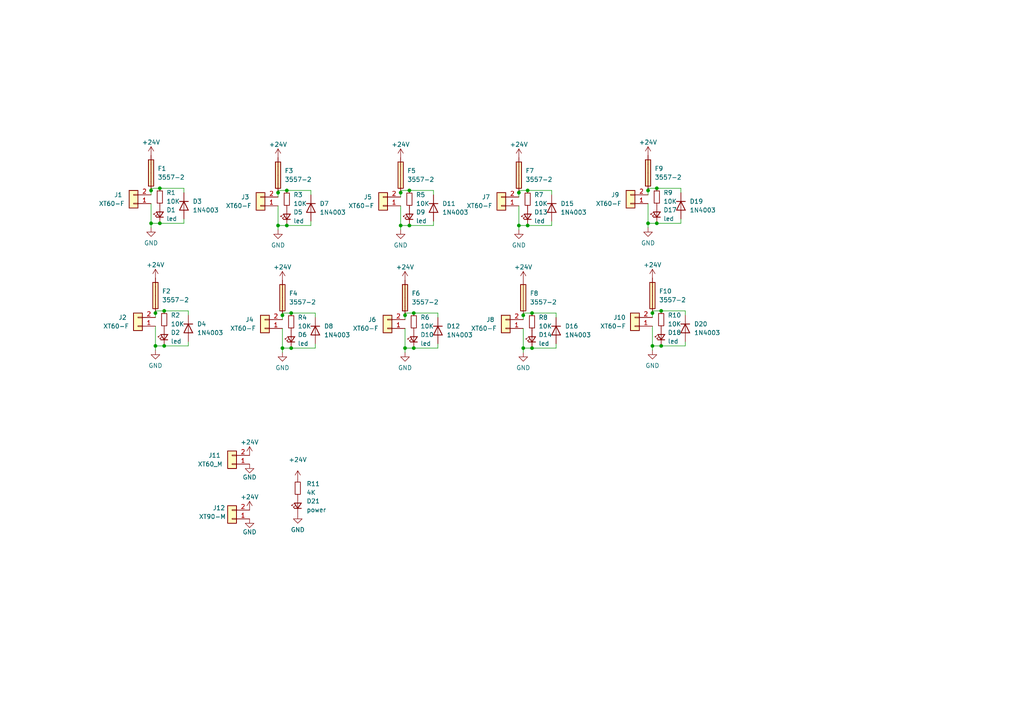
<source format=kicad_sch>
(kicad_sch (version 20211123) (generator eeschema)
  (paper "A4")
  (lib_symbols
    (symbol "Connector_Generic:Conn_01x02" (pin_names (offset 1.016) hide)
      (property "Reference" "J" (at 0 2.54 0))
      (property "Value" "Conn_01x02" (at 0 -5.08 0))
      (symbol "Conn_01x02_1_1"
        (rectangle (start -1.27 -2.413) (end 0 -2.667) (stroke (width 0.1524)))
        (rectangle (start -1.27 0.127) (end 0 -0.127) (stroke (width 0.1524)))
        (rectangle (start -1.27 1.27) (end 1.27 -3.81) (stroke (width 0.254)) (fill (type background)))
        (pin passive line (at -5.08 0 0) (length 3.81) (name "Pin_1") (number "1"))
        (pin passive line (at -5.08 -2.54 0) (length 3.81) (name "Pin_2") (number "2"))
      )
    )
    (symbol "Device:LED_Small" (pin_numbers hide) (pin_names (offset 0.254) hide)
      (property "Reference" "D" (at -1.27 3.175 0))
      (property "Value" "LED_Small" (at -4.445 -2.54 0))
      (symbol "LED_Small_0_1"
        (polyline (pts (xy -0.762 -1.016) (xy -0.762 1.016)) (stroke (width 0.254)))
        (polyline (pts (xy 1.016 0) (xy -0.762 0)))
        (polyline (pts (xy 0.762 -1.016) (xy -0.762 0) (xy 0.762 1.016) (xy 0.762 -1.016)) (stroke (width 0.254)))
        (polyline (pts (xy 0 0.762) (xy -0.508 1.27) (xy -0.254 1.27) (xy -0.508 1.27) (xy -0.508 1.016)))
        (polyline (pts (xy 0.508 1.27) (xy 0 1.778) (xy 0.254 1.778) (xy 0 1.778) (xy 0 1.524)))
      )
      (symbol "LED_Small_1_1"
        (pin passive line (at -2.54 0 0) (length 1.778) (name "K") (number "1"))
        (pin passive line (at 2.54 0 180) (length 1.778) (name "A") (number "2"))
      )
    )
    (symbol "Device:R_Small" (pin_numbers hide) (pin_names (offset 0.254) hide)
      (property "Reference" "R" (at 0.762 0.508 0))
      (property "Value" "R_Small" (at 0.762 -1.016 0))
      (symbol "R_Small_0_1"
        (rectangle (start -0.762 1.778) (end 0.762 -1.778) (stroke (width 0.2032)))
      )
      (symbol "R_Small_1_1"
        (pin passive line (at 0 2.54 270) (length 0.762) (name "~") (number "1"))
        (pin passive line (at 0 -2.54 90) (length 0.762) (name "~") (number "2"))
      )
    )
    (symbol "Diode:1N4003" (pin_numbers hide) (pin_names (offset 1.016) hide)
      (property "Reference" "D" (at 0 2.54 0))
      (property "Value" "1N4003" (at 0 -2.54 0))
      (symbol "1N4003_0_1"
        (polyline (pts (xy -1.27 1.27) (xy -1.27 -1.27)) (stroke (width 0.254)))
        (polyline (pts (xy 1.27 0) (xy -1.27 0)))
        (polyline (pts (xy 1.27 1.27) (xy 1.27 -1.27) (xy -1.27 0) (xy 1.27 1.27)) (stroke (width 0.254)))
      )
      (symbol "1N4003_1_1"
        (pin passive line (at -3.81 0 0) (length 2.54) (name "K") (number "1"))
        (pin passive line (at 3.81 0 180) (length 2.54) (name "A") (number "2"))
      )
    )
    (symbol "PolyuRobotics:3557-2" (pin_numbers hide) (pin_names (offset 1.016) hide)
      (property "Reference" "F" (at -3.81 1.397 0))
      (property "Value" "3557-2" (at -3.81 -2.921 0))
      (symbol "3557-2_0_0"
        (rectangle (start -3.81 -0.762) (end 3.81 0.762) (stroke (width 0.254)) (fill (type background)))
        (pin passive line (at -5.08 0 0) (length 2.54) (name "~") (number "1"))
        (pin passive line (at -2.54 0 0) (length 2.54) (name "~") (number "2"))
        (pin passive line (at 5.08 0 180) (length 2.54) (name "~") (number "2"))
        (pin passive line (at 2.54 0 180) (length 2.54) (name "~") (number "4"))
      )
    )
    (symbol "power:+24V" (power) (pin_names (offset 0))
      (property "Value" "+24V" (at 0 3.556 0))
      (symbol "+24V_0_1"
        (polyline (pts (xy -0.762 1.27) (xy 0 2.54)))
        (polyline (pts (xy 0 0) (xy 0 2.54)))
        (polyline (pts (xy 0 2.54) (xy 0.762 1.27)))
      )
      (symbol "+24V_1_1"
        (pin power_in line (at 0 0 90) (length 0) hide (name "+24V") (number "1"))
      )
    )
    (symbol "power:GND" (power) (pin_names (offset 0))
      (property "Value" "GND" (at 0 -3.81 0))
      (symbol "GND_0_1"
        (polyline (pts (xy 0 0) (xy 0 -1.27) (xy 1.27 -1.27) (xy 0 -2.54) (xy -1.27 -1.27) (xy 0 -1.27)))
      )
      (symbol "GND_1_1"
        (pin power_in line (at 0 0 270) (length 0) hide (name "GND") (number "1"))
      )
    )
  )
  (junction (at 43.815 64.77))
  (junction (at 151.765 100.965))
  (junction (at 117.475 91.44))
  (junction (at 45.085 90.805))
  (junction (at 80.645 65.405))
  (junction (at 117.475 100.965))
  (junction (at 190.5 64.77))
  (junction (at 190.5 54.61))
  (junction (at 189.23 100.33))
  (junction (at 47.625 90.17))
  (junction (at 46.355 64.77))
  (junction (at 120.015 100.965))
  (junction (at 189.23 90.805))
  (junction (at 153.035 65.405))
  (junction (at 43.815 55.245))
  (junction (at 191.77 100.33))
  (junction (at 150.495 55.88))
  (junction (at 154.305 100.965))
  (junction (at 151.765 91.44))
  (junction (at 46.355 54.61))
  (junction (at 83.185 65.405))
  (junction (at 153.035 55.245))
  (junction (at 187.96 64.77))
  (junction (at 80.645 55.88))
  (junction (at 83.185 55.245))
  (junction (at 84.455 100.965))
  (junction (at 81.915 91.44))
  (junction (at 81.915 100.965))
  (junction (at 45.085 100.33))
  (junction (at 118.745 65.405))
  (junction (at 116.205 55.88))
  (junction (at 154.305 90.805))
  (junction (at 118.745 55.245))
  (junction (at 116.205 65.405))
  (junction (at 47.625 100.33))
  (junction (at 120.015 90.805))
  (junction (at 84.455 90.805))
  (junction (at 150.495 65.405))
  (junction (at 187.96 55.245))
  (junction (at 191.77 90.17))
  (wire (pts (xy 80.645 55.88) (xy 80.645 57.15)))
  (wire (pts (xy 43.815 64.77) (xy 46.355 64.77)))
  (wire (pts (xy 191.77 90.17) (xy 198.755 90.17)))
  (wire (pts (xy 153.035 55.245) (xy 150.495 55.245)))
  (wire (pts (xy 47.625 90.17) (xy 54.61 90.17)))
  (wire (pts (xy 187.96 64.77) (xy 187.96 59.055)))
  (wire (pts (xy 45.085 90.17) (xy 45.085 90.805)))
  (wire (pts (xy 187.96 54.61) (xy 187.96 55.245)))
  (wire (pts (xy 43.815 66.04) (xy 43.815 64.77)))
  (wire (pts (xy 189.23 100.33) (xy 189.23 94.615)))
  (wire (pts (xy 83.185 55.245) (xy 80.645 55.245)))
  (wire (pts (xy 81.915 102.235) (xy 81.915 100.965)))
  (wire (pts (xy 154.305 90.805) (xy 151.765 90.805)))
  (wire (pts (xy 154.305 90.805) (xy 161.29 90.805)))
  (wire (pts (xy 91.44 90.805) (xy 91.44 92.075)))
  (wire (pts (xy 90.17 55.245) (xy 90.17 56.515)))
  (wire (pts (xy 125.73 65.405) (xy 118.745 65.405)))
  (wire (pts (xy 90.17 64.135) (xy 90.17 65.405)))
  (wire (pts (xy 151.765 100.965) (xy 154.305 100.965)))
  (wire (pts (xy 127 90.805) (xy 127 92.075)))
  (wire (pts (xy 80.645 65.405) (xy 83.185 65.405)))
  (wire (pts (xy 127 100.965) (xy 120.015 100.965)))
  (wire (pts (xy 161.29 90.805) (xy 161.29 92.075)))
  (wire (pts (xy 189.23 101.6) (xy 189.23 100.33)))
  (wire (pts (xy 187.96 55.245) (xy 187.96 56.515)))
  (wire (pts (xy 45.085 90.805) (xy 45.085 92.075)))
  (wire (pts (xy 91.44 100.965) (xy 84.455 100.965)))
  (wire (pts (xy 117.475 91.44) (xy 117.475 92.71)))
  (wire (pts (xy 151.765 90.805) (xy 151.765 91.44)))
  (wire (pts (xy 117.475 90.805) (xy 117.475 91.44)))
  (wire (pts (xy 120.015 90.805) (xy 117.475 90.805)))
  (wire (pts (xy 43.815 64.77) (xy 43.815 59.055)))
  (wire (pts (xy 53.34 54.61) (xy 53.34 55.88)))
  (wire (pts (xy 189.23 100.33) (xy 191.77 100.33)))
  (wire (pts (xy 151.765 102.235) (xy 151.765 100.965)))
  (wire (pts (xy 161.29 99.695) (xy 161.29 100.965)))
  (wire (pts (xy 84.455 90.805) (xy 81.915 90.805)))
  (wire (pts (xy 46.355 54.61) (xy 43.815 54.61)))
  (wire (pts (xy 116.205 65.405) (xy 116.205 59.69)))
  (wire (pts (xy 45.085 101.6) (xy 45.085 100.33)))
  (wire (pts (xy 160.02 55.245) (xy 160.02 56.515)))
  (wire (pts (xy 191.77 90.17) (xy 189.23 90.17)))
  (wire (pts (xy 81.915 90.805) (xy 81.915 91.44)))
  (wire (pts (xy 80.645 66.675) (xy 80.645 65.405)))
  (wire (pts (xy 83.185 55.245) (xy 90.17 55.245)))
  (wire (pts (xy 81.915 100.965) (xy 84.455 100.965)))
  (wire (pts (xy 125.73 64.135) (xy 125.73 65.405)))
  (wire (pts (xy 187.96 64.77) (xy 190.5 64.77)))
  (wire (pts (xy 120.015 90.805) (xy 127 90.805)))
  (wire (pts (xy 198.755 90.17) (xy 198.755 91.44)))
  (wire (pts (xy 160.02 65.405) (xy 153.035 65.405)))
  (wire (pts (xy 190.5 54.61) (xy 197.485 54.61)))
  (wire (pts (xy 116.205 55.88) (xy 116.205 57.15)))
  (wire (pts (xy 117.475 100.965) (xy 120.015 100.965)))
  (wire (pts (xy 160.02 64.135) (xy 160.02 65.405)))
  (wire (pts (xy 90.17 65.405) (xy 83.185 65.405)))
  (wire (pts (xy 53.34 63.5) (xy 53.34 64.77)))
  (wire (pts (xy 54.61 99.06) (xy 54.61 100.33)))
  (wire (pts (xy 117.475 100.965) (xy 117.475 95.25)))
  (wire (pts (xy 45.085 100.33) (xy 45.085 94.615)))
  (wire (pts (xy 190.5 54.61) (xy 187.96 54.61)))
  (wire (pts (xy 84.455 90.805) (xy 91.44 90.805)))
  (wire (pts (xy 43.815 55.245) (xy 43.815 56.515)))
  (wire (pts (xy 80.645 65.405) (xy 80.645 59.69)))
  (wire (pts (xy 54.61 100.33) (xy 47.625 100.33)))
  (wire (pts (xy 150.495 66.675) (xy 150.495 65.405)))
  (wire (pts (xy 53.34 64.77) (xy 46.355 64.77)))
  (wire (pts (xy 187.96 66.04) (xy 187.96 64.77)))
  (wire (pts (xy 47.625 90.17) (xy 45.085 90.17)))
  (wire (pts (xy 150.495 65.405) (xy 153.035 65.405)))
  (wire (pts (xy 118.745 55.245) (xy 125.73 55.245)))
  (wire (pts (xy 197.485 54.61) (xy 197.485 55.88)))
  (wire (pts (xy 161.29 100.965) (xy 154.305 100.965)))
  (wire (pts (xy 151.765 100.965) (xy 151.765 95.25)))
  (wire (pts (xy 197.485 64.77) (xy 190.5 64.77)))
  (wire (pts (xy 45.085 100.33) (xy 47.625 100.33)))
  (wire (pts (xy 81.915 91.44) (xy 81.915 92.71)))
  (wire (pts (xy 125.73 55.245) (xy 125.73 56.515)))
  (wire (pts (xy 150.495 65.405) (xy 150.495 59.69)))
  (wire (pts (xy 189.23 90.17) (xy 189.23 90.805)))
  (wire (pts (xy 127 99.695) (xy 127 100.965)))
  (wire (pts (xy 151.765 91.44) (xy 151.765 92.71)))
  (wire (pts (xy 153.035 55.245) (xy 160.02 55.245)))
  (wire (pts (xy 116.205 55.245) (xy 116.205 55.88)))
  (wire (pts (xy 117.475 102.235) (xy 117.475 100.965)))
  (wire (pts (xy 150.495 55.245) (xy 150.495 55.88)))
  (wire (pts (xy 198.755 99.06) (xy 198.755 100.33)))
  (wire (pts (xy 116.205 66.675) (xy 116.205 65.405)))
  (wire (pts (xy 54.61 90.17) (xy 54.61 91.44)))
  (wire (pts (xy 81.915 100.965) (xy 81.915 95.25)))
  (wire (pts (xy 197.485 63.5) (xy 197.485 64.77)))
  (wire (pts (xy 118.745 55.245) (xy 116.205 55.245)))
  (wire (pts (xy 198.755 100.33) (xy 191.77 100.33)))
  (wire (pts (xy 43.815 54.61) (xy 43.815 55.245)))
  (wire (pts (xy 46.355 54.61) (xy 53.34 54.61)))
  (wire (pts (xy 80.645 55.245) (xy 80.645 55.88)))
  (wire (pts (xy 91.44 99.695) (xy 91.44 100.965)))
  (wire (pts (xy 189.23 90.805) (xy 189.23 92.075)))
  (wire (pts (xy 150.495 55.88) (xy 150.495 57.15)))
  (wire (pts (xy 116.205 65.405) (xy 118.745 65.405)))
  (symbol (lib_id "power:+24V") (at 72.39 147.955 0) (unit 1)
    (property "Reference" "#PWR0104" (effects hide))
    (property "Value" "+24V" (at 72.39 144.145 0))
  )
  (symbol (lib_id "Connector_Generic:Conn_01x02") (at 40.005 94.615 180) (unit 1)
    (property "Reference" "J2" (at 35.56 92.075 0))
    (property "Value" "XT60-F" (at 33.655 94.615 0))
    (property "Footprint" "Connector_AMASS:AMASS_XT60-F_1x02_P7.20mm_Vertical" (effects hide))
  )
  (symbol (lib_id "Diode:1N4003") (at 127 95.885 270) (unit 1)
    (property "Reference" "D12" (at 129.54 94.6149 90) (effects (justify left)))
    (property "Value" "1N4003" (at 129.54 97.1549 90) (effects (justify left)))
    (property "Footprint" "Diode_THT:D_DO-41_SOD81_P10.16mm_Horizontal" (effects hide))
    (property "Datasheet" "http://www.vishay.com/docs/88503/1n4001.pdf" (effects hide))
  )
  (symbol (lib_id "Connector_Generic:Conn_01x02") (at 75.565 59.69 180) (unit 1)
    (property "Reference" "J3" (at 71.12 57.15 0))
    (property "Value" "XT60-F" (at 69.215 59.69 0))
    (property "Footprint" "Connector_AMASS:AMASS_XT60-F_1x02_P7.20mm_Vertical" (effects hide))
  )
  (symbol (lib_id "Device:R_Small") (at 154.305 93.345 0) (unit 1)
    (property "Reference" "R8" (at 156.21 92.0749 0) (effects (justify left)))
    (property "Value" "10K" (at 156.21 94.6149 0) (effects (justify left)))
    (property "Footprint" "Resistor_SMD:R_0805_2012Metric_Pad1.20x1.40mm_HandSolder" (effects hide))
  )
  (symbol (lib_id "Connector_Generic:Conn_01x02") (at 67.31 150.495 180) (unit 1)
    (property "Reference" "J12" (at 63.5 147.32 0))
    (property "Value" "XT90-M" (at 61.595 149.86 0))
    (property "Footprint" "PolyuRobotics:XT60PW-M20" (effects hide))
  )
  (symbol (lib_id "power:GND") (at 86.36 149.225 0) (unit 1)
    (property "Reference" "#PWR022" (effects hide))
    (property "Value" "GND" (at 86.36 153.67 0))
  )
  (symbol (lib_id "Device:R_Small") (at 191.77 92.71 0) (unit 1)
    (property "Reference" "R10" (at 193.675 91.4399 0) (effects (justify left)))
    (property "Value" "10K" (at 193.675 93.9799 0) (effects (justify left)))
    (property "Footprint" "Resistor_SMD:R_0805_2012Metric_Pad1.20x1.40mm_HandSolder" (effects hide))
  )
  (symbol (lib_id "Device:LED_Small") (at 120.015 98.425 90) (unit 1)
    (property "Reference" "D10" (at 121.92 97.0914 90) (effects (justify right)))
    (property "Value" "led" (at 121.92 99.6314 90) (effects (justify right)))
    (property "Footprint" "LED_SMD:LED_0805_2012Metric_Pad1.15x1.40mm_HandSolder" (effects hide))
  )
  (symbol (lib_id "Device:R_Small") (at 46.355 57.15 0) (unit 1)
    (property "Reference" "R1" (at 48.26 55.8799 0) (effects (justify left)))
    (property "Value" "10K" (at 48.26 58.4199 0) (effects (justify left)))
    (property "Footprint" "Resistor_SMD:R_0805_2012Metric_Pad1.20x1.40mm_HandSolder" (effects hide))
  )
  (symbol (lib_id "power:+24V") (at 80.645 45.72 0) (unit 1)
    (property "Reference" "#PWR05" (effects hide))
    (property "Value" "+24V" (at 80.645 41.91 0))
  )
  (symbol (lib_id "Device:R_Small") (at 47.625 92.71 0) (unit 1)
    (property "Reference" "R2" (at 49.53 91.4399 0) (effects (justify left)))
    (property "Value" "10K" (at 49.53 93.9799 0) (effects (justify left)))
    (property "Footprint" "Resistor_SMD:R_0805_2012Metric_Pad1.20x1.40mm_HandSolder" (effects hide))
  )
  (symbol (lib_id "Connector_Generic:Conn_01x02") (at 146.685 95.25 180) (unit 1)
    (property "Reference" "J8" (at 142.24 92.71 0))
    (property "Value" "XT60-F" (at 140.335 95.25 0))
    (property "Footprint" "Connector_AMASS:AMASS_XT60-F_1x02_P7.20mm_Vertical" (effects hide))
  )
  (symbol (lib_id "power:GND") (at 81.915 102.235 0) (unit 1)
    (property "Reference" "#PWR08" (effects hide))
    (property "Value" "GND" (at 81.915 106.68 0))
  )
  (symbol (lib_id "Device:LED_Small") (at 83.185 62.865 90) (unit 1)
    (property "Reference" "D5" (at 85.09 61.5314 90) (effects (justify right)))
    (property "Value" "led" (at 85.09 64.0714 90) (effects (justify right)))
    (property "Footprint" "LED_SMD:LED_0805_2012Metric_Pad1.15x1.40mm_HandSolder" (effects hide))
  )
  (symbol (lib_id "power:GND") (at 187.96 66.04 0) (unit 1)
    (property "Reference" "#PWR018" (effects hide))
    (property "Value" "GND" (at 187.96 70.485 0))
  )
  (symbol (lib_id "Device:R_Small") (at 83.185 57.785 0) (unit 1)
    (property "Reference" "R3" (at 85.09 56.5149 0) (effects (justify left)))
    (property "Value" "10K" (at 85.09 59.0549 0) (effects (justify left)))
    (property "Footprint" "Resistor_SMD:R_0805_2012Metric_Pad1.20x1.40mm_HandSolder" (effects hide))
  )
  (symbol (lib_id "power:GND") (at 189.23 101.6 0) (unit 1)
    (property "Reference" "#PWR020" (effects hide))
    (property "Value" "GND" (at 189.23 106.045 0))
  )
  (symbol (lib_id "Connector_Generic:Conn_01x02") (at 38.735 59.055 180) (unit 1)
    (property "Reference" "J1" (at 34.29 56.515 0))
    (property "Value" "XT60-F" (at 32.385 59.055 0))
    (property "Footprint" "Connector_AMASS:AMASS_XT60-F_1x02_P7.20mm_Vertical" (effects hide))
  )
  (symbol (lib_id "Connector_Generic:Conn_01x02") (at 111.125 59.69 180) (unit 1)
    (property "Reference" "J5" (at 106.68 57.15 0))
    (property "Value" "XT60-F" (at 104.775 59.69 0))
    (property "Footprint" "Connector_AMASS:AMASS_XT60-F_1x02_P7.20mm_Vertical" (effects hide))
  )
  (symbol (lib_id "power:+24V") (at 187.96 45.085 0) (unit 1)
    (property "Reference" "#PWR017" (effects hide))
    (property "Value" "+24V" (at 187.96 41.275 0))
  )
  (symbol (lib_id "Connector_Generic:Conn_01x02") (at 67.31 134.62 180) (unit 1)
    (property "Reference" "J11" (at 62.23 132.08 0))
    (property "Value" "XT60_M" (at 60.96 134.62 0))
    (property "Footprint" "Connector_AMASS:AMASS_XT60-M_1x02_P7.20mm_Vertical" (effects hide))
  )
  (symbol (lib_id "power:GND") (at 150.495 66.675 0) (unit 1)
    (property "Reference" "#PWR014" (effects hide))
    (property "Value" "GND" (at 150.495 71.12 0))
  )
  (symbol (lib_id "power:+24V") (at 45.085 80.645 0) (unit 1)
    (property "Reference" "#PWR03" (effects hide))
    (property "Value" "+24V" (at 45.085 76.835 0))
  )
  (symbol (lib_id "power:GND") (at 72.39 150.495 0) (unit 1)
    (property "Reference" "#PWR0102" (effects hide))
    (property "Value" "GND" (at 72.39 154.305 0))
  )
  (symbol (lib_id "Device:LED_Small") (at 154.305 98.425 90) (unit 1)
    (property "Reference" "D14" (at 156.21 97.0914 90) (effects (justify right)))
    (property "Value" "led" (at 156.21 99.6314 90) (effects (justify right)))
    (property "Footprint" "LED_SMD:LED_0805_2012Metric_Pad1.15x1.40mm_HandSolder" (effects hide))
  )
  (symbol (lib_id "Device:LED_Small") (at 191.77 97.79 90) (unit 1)
    (property "Reference" "D18" (at 193.675 96.4564 90) (effects (justify right)))
    (property "Value" "led" (at 193.675 98.9964 90) (effects (justify right)))
    (property "Footprint" "LED_SMD:LED_0805_2012Metric_Pad1.15x1.40mm_HandSolder" (effects hide))
  )
  (symbol (lib_id "Device:LED_Small") (at 118.745 62.865 90) (unit 1)
    (property "Reference" "D9" (at 120.65 61.5314 90) (effects (justify right)))
    (property "Value" "led" (at 120.65 64.0714 90) (effects (justify right)))
    (property "Footprint" "LED_SMD:LED_0805_2012Metric_Pad1.15x1.40mm_HandSolder" (effects hide))
  )
  (symbol (lib_id "Device:R_Small") (at 153.035 57.785 0) (unit 1)
    (property "Reference" "R7" (at 154.94 56.5149 0) (effects (justify left)))
    (property "Value" "10K" (at 154.94 59.0549 0) (effects (justify left)))
    (property "Footprint" "Resistor_SMD:R_0805_2012Metric_Pad1.20x1.40mm_HandSolder" (effects hide))
  )
  (symbol (lib_id "Diode:1N4003") (at 160.02 60.325 270) (unit 1)
    (property "Reference" "D15" (at 162.56 59.0549 90) (effects (justify left)))
    (property "Value" "1N4003" (at 162.56 61.5949 90) (effects (justify left)))
    (property "Footprint" "Diode_THT:D_DO-41_SOD81_P10.16mm_Horizontal" (effects hide))
    (property "Datasheet" "http://www.vishay.com/docs/88503/1n4001.pdf" (effects hide))
  )
  (symbol (lib_id "PolyuRobotics:3557-2") (at 81.915 86.36 90) (unit 1)
    (property "Reference" "F4" (at 83.82 85.0899 90) (effects (justify right)))
    (property "Value" "3557-2" (at 83.82 87.6299 90) (effects (justify right)))
    (property "Footprint" "PolyuRobotics:FUSE_3557-2" (effects hide))
    (property "MANUFACTURER" "KEYSTONE" (effects hide))
  )
  (symbol (lib_id "PolyuRobotics:3557-2") (at 45.085 85.725 90) (unit 1)
    (property "Reference" "F2" (at 46.99 84.4549 90) (effects (justify right)))
    (property "Value" "3557-2" (at 46.99 86.9949 90) (effects (justify right)))
    (property "Footprint" "PolyuRobotics:FUSE_3557-2" (effects hide))
    (property "MANUFACTURER" "KEYSTONE" (effects hide))
  )
  (symbol (lib_id "power:+24V") (at 116.205 45.72 0) (unit 1)
    (property "Reference" "#PWR09" (effects hide))
    (property "Value" "+24V" (at 116.205 41.91 0))
  )
  (symbol (lib_id "power:GND") (at 116.205 66.675 0) (unit 1)
    (property "Reference" "#PWR010" (effects hide))
    (property "Value" "GND" (at 116.205 71.12 0))
  )
  (symbol (lib_id "Device:R_Small") (at 120.015 93.345 0) (unit 1)
    (property "Reference" "R6" (at 121.92 92.0749 0) (effects (justify left)))
    (property "Value" "10K" (at 121.92 94.6149 0) (effects (justify left)))
    (property "Footprint" "Resistor_SMD:R_0805_2012Metric_Pad1.20x1.40mm_HandSolder" (effects hide))
  )
  (symbol (lib_id "PolyuRobotics:3557-2") (at 116.205 50.8 90) (unit 1)
    (property "Reference" "F5" (at 118.11 49.5299 90) (effects (justify right)))
    (property "Value" "3557-2" (at 118.11 52.0699 90) (effects (justify right)))
    (property "Footprint" "PolyuRobotics:FUSE_3557-2" (effects hide))
    (property "MANUFACTURER" "KEYSTONE" (effects hide))
  )
  (symbol (lib_id "power:+24V") (at 86.36 139.065 0) (unit 1)
    (property "Reference" "#PWR021" (effects hide))
    (property "Value" "+24V" (at 86.36 133.35 0))
  )
  (symbol (lib_id "PolyuRobotics:3557-2") (at 150.495 50.8 90) (unit 1)
    (property "Reference" "F7" (at 152.4 49.5299 90) (effects (justify right)))
    (property "Value" "3557-2" (at 152.4 52.0699 90) (effects (justify right)))
    (property "Footprint" "PolyuRobotics:FUSE_3557-2" (effects hide))
    (property "MANUFACTURER" "KEYSTONE" (effects hide))
  )
  (symbol (lib_id "power:GND") (at 117.475 102.235 0) (unit 1)
    (property "Reference" "#PWR012" (effects hide))
    (property "Value" "GND" (at 117.475 106.68 0))
  )
  (symbol (lib_id "Device:LED_Small") (at 46.355 62.23 90) (unit 1)
    (property "Reference" "D1" (at 48.26 60.8964 90) (effects (justify right)))
    (property "Value" "led" (at 48.26 63.4364 90) (effects (justify right)))
    (property "Footprint" "LED_SMD:LED_0805_2012Metric_Pad1.15x1.40mm_HandSolder" (effects hide))
  )
  (symbol (lib_id "PolyuRobotics:3557-2") (at 151.765 86.36 90) (unit 1)
    (property "Reference" "F8" (at 153.67 85.0899 90) (effects (justify right)))
    (property "Value" "3557-2" (at 153.67 87.6299 90) (effects (justify right)))
    (property "Footprint" "PolyuRobotics:FUSE_3557-2" (effects hide))
    (property "MANUFACTURER" "KEYSTONE" (effects hide))
  )
  (symbol (lib_id "power:+24V") (at 150.495 45.72 0) (unit 1)
    (property "Reference" "#PWR013" (effects hide))
    (property "Value" "+24V" (at 150.495 41.91 0))
  )
  (symbol (lib_id "power:+24V") (at 81.915 81.28 0) (unit 1)
    (property "Reference" "#PWR07" (effects hide))
    (property "Value" "+24V" (at 81.915 77.47 0))
  )
  (symbol (lib_id "power:+24V") (at 151.765 81.28 0) (unit 1)
    (property "Reference" "#PWR015" (effects hide))
    (property "Value" "+24V" (at 151.765 77.47 0))
  )
  (symbol (lib_id "Diode:1N4003") (at 198.755 95.25 270) (unit 1)
    (property "Reference" "D20" (at 201.295 93.9799 90) (effects (justify left)))
    (property "Value" "1N4003" (at 201.295 96.5199 90) (effects (justify left)))
    (property "Footprint" "Diode_THT:D_DO-41_SOD81_P10.16mm_Horizontal" (effects hide))
    (property "Datasheet" "http://www.vishay.com/docs/88503/1n4001.pdf" (effects hide))
  )
  (symbol (lib_id "Device:LED_Small") (at 84.455 98.425 90) (unit 1)
    (property "Reference" "D6" (at 86.36 97.0914 90) (effects (justify right)))
    (property "Value" "led" (at 86.36 99.6314 90) (effects (justify right)))
    (property "Footprint" "LED_SMD:LED_0805_2012Metric_Pad1.15x1.40mm_HandSolder" (effects hide))
  )
  (symbol (lib_id "power:+24V") (at 189.23 80.645 0) (unit 1)
    (property "Reference" "#PWR019" (effects hide))
    (property "Value" "+24V" (at 189.23 76.835 0))
  )
  (symbol (lib_id "Device:R_Small") (at 190.5 57.15 0) (unit 1)
    (property "Reference" "R9" (at 192.405 55.8799 0) (effects (justify left)))
    (property "Value" "10K" (at 192.405 58.4199 0) (effects (justify left)))
    (property "Footprint" "Resistor_SMD:R_0805_2012Metric_Pad1.20x1.40mm_HandSolder" (effects hide))
  )
  (symbol (lib_id "Diode:1N4003") (at 197.485 59.69 270) (unit 1)
    (property "Reference" "D19" (at 200.025 58.4199 90) (effects (justify left)))
    (property "Value" "1N4003" (at 200.025 60.9599 90) (effects (justify left)))
    (property "Footprint" "Diode_THT:D_DO-41_SOD81_P10.16mm_Horizontal" (effects hide))
    (property "Datasheet" "http://www.vishay.com/docs/88503/1n4001.pdf" (effects hide))
  )
  (symbol (lib_id "PolyuRobotics:3557-2") (at 117.475 86.36 90) (unit 1)
    (property "Reference" "F6" (at 119.38 85.0899 90) (effects (justify right)))
    (property "Value" "3557-2" (at 119.38 87.6299 90) (effects (justify right)))
    (property "Footprint" "PolyuRobotics:FUSE_3557-2" (effects hide))
    (property "MANUFACTURER" "KEYSTONE" (effects hide))
  )
  (symbol (lib_id "Device:LED_Small") (at 47.625 97.79 90) (unit 1)
    (property "Reference" "D2" (at 49.53 96.4564 90) (effects (justify right)))
    (property "Value" "led" (at 49.53 98.9964 90) (effects (justify right)))
    (property "Footprint" "LED_SMD:LED_0805_2012Metric_Pad1.15x1.40mm_HandSolder" (effects hide))
  )
  (symbol (lib_id "Diode:1N4003") (at 91.44 95.885 270) (unit 1)
    (property "Reference" "D8" (at 93.98 94.6149 90) (effects (justify left)))
    (property "Value" "1N4003" (at 93.98 97.1549 90) (effects (justify left)))
    (property "Footprint" "Diode_THT:D_DO-41_SOD81_P10.16mm_Horizontal" (effects hide))
    (property "Datasheet" "http://www.vishay.com/docs/88503/1n4001.pdf" (effects hide))
  )
  (symbol (lib_id "Device:R_Small") (at 86.36 141.605 0) (unit 1)
    (property "Reference" "R11" (at 88.9 140.3349 0) (effects (justify left)))
    (property "Value" "4K" (at 88.9 142.8749 0) (effects (justify left)))
    (property "Footprint" "Resistor_SMD:R_0805_2012Metric_Pad1.20x1.40mm_HandSolder" (effects hide))
  )
  (symbol (lib_id "power:GND") (at 43.815 66.04 0) (unit 1)
    (property "Reference" "#PWR02" (effects hide))
    (property "Value" "GND" (at 43.815 70.485 0))
  )
  (symbol (lib_id "Device:LED_Small") (at 190.5 62.23 90) (unit 1)
    (property "Reference" "D17" (at 192.405 60.8964 90) (effects (justify right)))
    (property "Value" "led" (at 192.405 63.4364 90) (effects (justify right)))
    (property "Footprint" "LED_SMD:LED_0805_2012Metric_Pad1.15x1.40mm_HandSolder" (effects hide))
  )
  (symbol (lib_id "power:GND") (at 72.39 134.62 0) (unit 1)
    (property "Reference" "#PWR0103" (effects hide))
    (property "Value" "GND" (at 72.39 138.43 0))
  )
  (symbol (lib_id "power:GND") (at 80.645 66.675 0) (unit 1)
    (property "Reference" "#PWR06" (effects hide))
    (property "Value" "GND" (at 80.645 71.12 0))
  )
  (symbol (lib_id "power:GND") (at 151.765 102.235 0) (unit 1)
    (property "Reference" "#PWR016" (effects hide))
    (property "Value" "GND" (at 151.765 106.68 0))
  )
  (symbol (lib_id "Diode:1N4003") (at 53.34 59.69 270) (unit 1)
    (property "Reference" "D3" (at 55.88 58.4199 90) (effects (justify left)))
    (property "Value" "1N4003" (at 55.88 60.9599 90) (effects (justify left)))
    (property "Footprint" "Diode_THT:D_DO-41_SOD81_P10.16mm_Horizontal" (effects hide))
    (property "Datasheet" "http://www.vishay.com/docs/88503/1n4001.pdf" (effects hide))
  )
  (symbol (lib_id "PolyuRobotics:3557-2") (at 189.23 85.725 90) (unit 1)
    (property "Reference" "F10" (at 191.135 84.4549 90) (effects (justify right)))
    (property "Value" "3557-2" (at 191.135 86.9949 90) (effects (justify right)))
    (property "Footprint" "PolyuRobotics:FUSE_3557-2" (effects hide))
    (property "MANUFACTURER" "KEYSTONE" (effects hide))
  )
  (symbol (lib_id "PolyuRobotics:3557-2") (at 80.645 50.8 90) (unit 1)
    (property "Reference" "F3" (at 82.55 49.5299 90) (effects (justify right)))
    (property "Value" "3557-2" (at 82.55 52.0699 90) (effects (justify right)))
    (property "Footprint" "PolyuRobotics:FUSE_3557-2" (effects hide))
    (property "MANUFACTURER" "KEYSTONE" (effects hide))
  )
  (symbol (lib_id "Diode:1N4003") (at 161.29 95.885 270) (unit 1)
    (property "Reference" "D16" (at 163.83 94.6149 90) (effects (justify left)))
    (property "Value" "1N4003" (at 163.83 97.1549 90) (effects (justify left)))
    (property "Footprint" "Diode_THT:D_DO-41_SOD81_P10.16mm_Horizontal" (effects hide))
    (property "Datasheet" "http://www.vishay.com/docs/88503/1n4001.pdf" (effects hide))
  )
  (symbol (lib_id "Device:LED_Small") (at 153.035 62.865 90) (unit 1)
    (property "Reference" "D13" (at 154.94 61.5314 90) (effects (justify right)))
    (property "Value" "led" (at 154.94 64.0714 90) (effects (justify right)))
    (property "Footprint" "LED_SMD:LED_0805_2012Metric_Pad1.15x1.40mm_HandSolder" (effects hide))
  )
  (symbol (lib_id "Connector_Generic:Conn_01x02") (at 76.835 95.25 180) (unit 1)
    (property "Reference" "J4" (at 72.39 92.71 0))
    (property "Value" "XT60-F" (at 70.485 95.25 0))
    (property "Footprint" "Connector_AMASS:AMASS_XT60-F_1x02_P7.20mm_Vertical" (effects hide))
  )
  (symbol (lib_id "Diode:1N4003") (at 54.61 95.25 270) (unit 1)
    (property "Reference" "D4" (at 57.15 93.9799 90) (effects (justify left)))
    (property "Value" "1N4003" (at 57.15 96.5199 90) (effects (justify left)))
    (property "Footprint" "Diode_THT:D_DO-41_SOD81_P10.16mm_Horizontal" (effects hide))
    (property "Datasheet" "http://www.vishay.com/docs/88503/1n4001.pdf" (effects hide))
  )
  (symbol (lib_id "power:+24V") (at 43.815 45.085 0) (unit 1)
    (property "Reference" "#PWR01" (effects hide))
    (property "Value" "+24V" (at 43.815 41.275 0))
  )
  (symbol (lib_id "Connector_Generic:Conn_01x02") (at 112.395 95.25 180) (unit 1)
    (property "Reference" "J6" (at 107.95 92.71 0))
    (property "Value" "XT60-F" (at 106.045 95.25 0))
    (property "Footprint" "Connector_AMASS:AMASS_XT60-F_1x02_P7.20mm_Vertical" (effects hide))
  )
  (symbol (lib_id "Diode:1N4003") (at 125.73 60.325 270) (unit 1)
    (property "Reference" "D11" (at 128.27 59.0549 90) (effects (justify left)))
    (property "Value" "1N4003" (at 128.27 61.5949 90) (effects (justify left)))
    (property "Footprint" "Diode_THT:D_DO-41_SOD81_P10.16mm_Horizontal" (effects hide))
    (property "Datasheet" "http://www.vishay.com/docs/88503/1n4001.pdf" (effects hide))
  )
  (symbol (lib_id "power:GND") (at 45.085 101.6 0) (unit 1)
    (property "Reference" "#PWR04" (effects hide))
    (property "Value" "GND" (at 45.085 106.045 0))
  )
  (symbol (lib_id "power:+24V") (at 72.39 132.08 0) (unit 1)
    (property "Reference" "#PWR0101" (effects hide))
    (property "Value" "+24V" (at 72.39 128.27 0))
  )
  (symbol (lib_id "Device:R_Small") (at 118.745 57.785 0) (unit 1)
    (property "Reference" "R5" (at 120.65 56.5149 0) (effects (justify left)))
    (property "Value" "10K" (at 120.65 59.0549 0) (effects (justify left)))
    (property "Footprint" "Resistor_SMD:R_0805_2012Metric_Pad1.20x1.40mm_HandSolder" (effects hide))
  )
  (symbol (lib_id "Connector_Generic:Conn_01x02") (at 182.88 59.055 180) (unit 1)
    (property "Reference" "J9" (at 178.435 56.515 0))
    (property "Value" "XT60-F" (at 176.53 59.055 0))
    (property "Footprint" "Connector_AMASS:AMASS_XT60-F_1x02_P7.20mm_Vertical" (effects hide))
  )
  (symbol (lib_id "power:+24V") (at 117.475 81.28 0) (unit 1)
    (property "Reference" "#PWR011" (effects hide))
    (property "Value" "+24V" (at 117.475 77.47 0))
  )
  (symbol (lib_id "PolyuRobotics:3557-2") (at 43.815 50.165 90) (unit 1)
    (property "Reference" "F1" (at 45.72 48.8949 90) (effects (justify right)))
    (property "Value" "3557-2" (at 45.72 51.4349 90) (effects (justify right)))
    (property "Footprint" "PolyuRobotics:FUSE_3557-2" (effects hide))
    (property "MANUFACTURER" "KEYSTONE" (effects hide))
  )
  (symbol (lib_id "Connector_Generic:Conn_01x02") (at 184.15 94.615 180) (unit 1)
    (property "Reference" "J10" (at 179.705 92.075 0))
    (property "Value" "XT60-F" (at 177.8 94.615 0))
    (property "Footprint" "Connector_AMASS:AMASS_XT60-F_1x02_P7.20mm_Vertical" (effects hide))
  )
  (symbol (lib_id "Diode:1N4003") (at 90.17 60.325 270) (unit 1)
    (property "Reference" "D7" (at 92.71 59.0549 90) (effects (justify left)))
    (property "Value" "1N4003" (at 92.71 61.5949 90) (effects (justify left)))
    (property "Footprint" "Diode_THT:D_DO-41_SOD81_P10.16mm_Horizontal" (effects hide))
    (property "Datasheet" "http://www.vishay.com/docs/88503/1n4001.pdf" (effects hide))
  )
  (symbol (lib_id "Device:R_Small") (at 84.455 93.345 0) (unit 1)
    (property "Reference" "R4" (at 86.36 92.0749 0) (effects (justify left)))
    (property "Value" "10K" (at 86.36 94.6149 0) (effects (justify left)))
    (property "Footprint" "Resistor_SMD:R_0805_2012Metric_Pad1.20x1.40mm_HandSolder" (effects hide))
  )
  (symbol (lib_id "Device:LED_Small") (at 86.36 146.685 90) (unit 1)
    (property "Reference" "D21" (at 88.9 145.3514 90) (effects (justify right)))
    (property "Value" "power" (at 88.9 147.8914 90) (effects (justify right)))
    (property "Footprint" "LED_SMD:LED_0805_2012Metric_Pad1.15x1.40mm_HandSolder" (effects hide))
  )
  (symbol (lib_id "PolyuRobotics:3557-2") (at 187.96 50.165 90) (unit 1)
    (property "Reference" "F9" (at 189.865 48.8949 90) (effects (justify right)))
    (property "Value" "3557-2" (at 189.865 51.4349 90) (effects (justify right)))
    (property "Footprint" "PolyuRobotics:FUSE_3557-2" (effects hide))
    (property "MANUFACTURER" "KEYSTONE" (effects hide))
  )
  (symbol (lib_id "Connector_Generic:Conn_01x02") (at 145.415 59.69 180) (unit 1)
    (property "Reference" "J7" (at 140.97 57.15 0))
    (property "Value" "XT60-F" (at 139.065 59.69 0))
    (property "Footprint" "Connector_AMASS:AMASS_XT60-F_1x02_P7.20mm_Vertical" (effects hide))
  )
)
</source>
